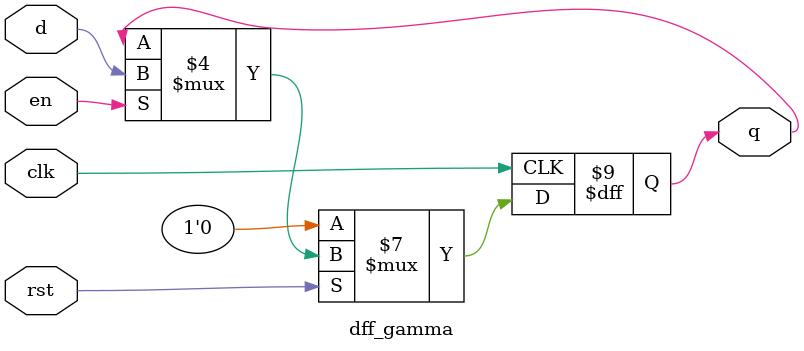
<source format=v>
module dff_gamma (clk, rst, en, d, q);
    input clk, rst, en, d;
    output q;
    reg q;

    always @(negedge clk) begin
        if(!rst) q <= 1'b0;
        else 
            if(en) q <= d;
            else q <= q;
    end
endmodule
</source>
